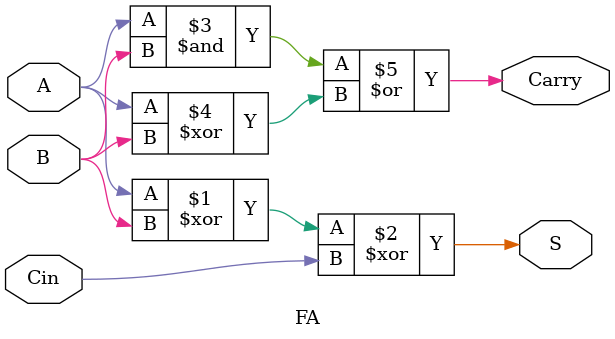
<source format=v>
module carry_adder(A,B,Cin,S,Carry);
input[3:0]A,B;
input Cin;
output [3:0]S;
output Carry;
wire w1,w2,w3;
FA M1(A[0],B[0],Cin,S[0],w1);
FA M2(A[1],B[1],w1,S[1],w2);
FA M3(A[2],B[2],w2,S[2],w3);
FA M4(A[3],B[3],w3,S[3],Carry);
endmodule

module FA(A,B,Cin,S,Carry);
input A,B,Cin;
output S,Carry;
assign S=(A^B^Cin);
assign Carry=((A&B)|(A^B));
endmodule

</source>
